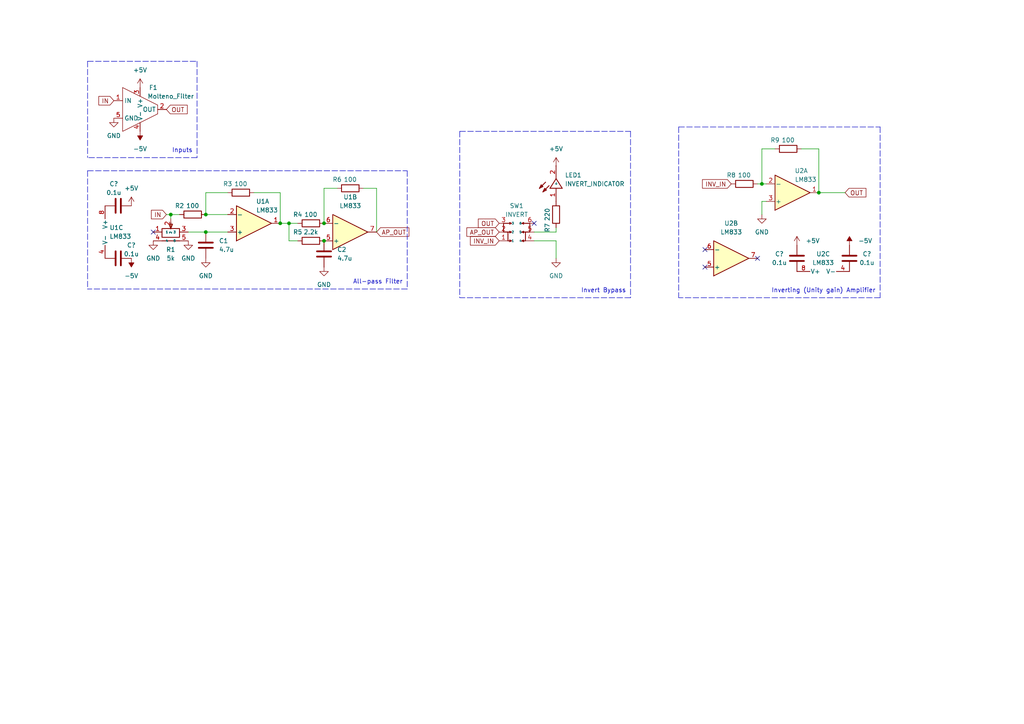
<source format=kicad_sch>
(kicad_sch (version 20211123) (generator eeschema)
  (paper "A4")
  (title_block (title "Angle Filter") (date "2021-12-31") (company "236 Studios") (comment 1 "0-700Hz Wraparound Frequency") (comment 2 "Inverting and Non-Inverting Modes"))
  (lib_symbols
    (symbol "Amplifier_Operational:LM833" (pin_names (offset 0.127))
      (property "Reference" "U" (at 0 5.08 0))
      (property "Value" "LM833" (at 0 -5.08 0))
      (symbol "LM833_1_1"
        (polyline (pts (xy -5.08 5.08) (xy 5.08 0) (xy -5.08 -5.08) (xy -5.08 5.08)) (stroke (width 0.254)) (fill (type background)))
        (pin output line (at 7.62 0 180) (length 2.54) (name "~") (number "1"))
        (pin input line (at -7.62 -2.54 0) (length 2.54) (name "-") (number "2"))
        (pin input line (at -7.62 2.54 0) (length 2.54) (name "+") (number "3"))
      )
      (symbol "LM833_2_1"
        (polyline (pts (xy -5.08 5.08) (xy 5.08 0) (xy -5.08 -5.08) (xy -5.08 5.08)) (stroke (width 0.254)) (fill (type background)))
        (pin input line (at -7.62 2.54 0) (length 2.54) (name "+") (number "5"))
        (pin input line (at -7.62 -2.54 0) (length 2.54) (name "-") (number "6"))
        (pin output line (at 7.62 0 180) (length 2.54) (name "~") (number "7"))
      )
      (symbol "LM833_3_1"
        (pin power_in line (at -2.54 -7.62 90) (length 3.81) (name "V-") (number "4"))
        (pin power_in line (at -2.54 7.62 270) (length 3.81) (name "V+") (number "8"))
      )
    )
    (symbol "Device:C" (pin_numbers hide) (pin_names (offset 0.254))
      (property "Reference" "C" (at 0.635 2.54 0))
      (property "Value" "C" (at 0.635 -2.54 0))
      (symbol "C_0_1"
        (polyline (pts (xy -2.032 -0.762) (xy 2.032 -0.762)) (stroke (width 0.508)))
        (polyline (pts (xy -2.032 0.762) (xy 2.032 0.762)) (stroke (width 0.508)))
      )
      (symbol "C_1_1"
        (pin passive line (at 0 3.81 270) (length 2.794) (name "~") (number "1"))
        (pin passive line (at 0 -3.81 90) (length 2.794) (name "~") (number "2"))
      )
    )
    (symbol "Device:R" (pin_numbers hide) (pin_names (offset 0))
      (property "Reference" "R" (at 2.032 0 90))
      (property "Value" "R" (at 0 0 90))
      (symbol "R_0_1"
        (rectangle (start -1.016 -2.54) (end 1.016 2.54) (stroke (width 0.254)))
      )
      (symbol "R_1_1"
        (pin passive line (at 0 3.81 270) (length 1.27) (name "~") (number "1"))
        (pin passive line (at 0 -3.81 90) (length 1.27) (name "~") (number "2"))
      )
    )
    (symbol "LCSC:RK09K1130AU2" (pin_names (offset 1.016))
      (property "Reference" "R" (at 0 1.27 0))
      (property "Value" "RK09K1130AU2" (at 0 -1.27 0))
      (symbol "RK09K1130AU2_0_0"
        (polyline (pts (xy -2.54 -2.54) (xy 2.54 -2.54)) (stroke (width 0.254)))
        (polyline (pts (xy 0 1.524) (xy 0 2.794)) (stroke (width 0.254)))
        (polyline (pts (xy 0 1.016) (xy -0.508 2.286) (xy 0.508 2.286) (xy 0 1.016)) (stroke (width 0.254)) (fill (type background)))
        (polyline (pts (xy -2.54 1.016) (xy 2.54 1.016) (xy 2.54 -1.524) (xy -2.54 -1.524) (xy -2.54 1.016)) (stroke (width 0.254)))
      )
      (symbol "RK09K1130AU2_1_0"
        (pin input line (at 5.08 0 180) (length 2.54) (name "1") (number "1"))
        (pin input line (at 0 3.81 270) (length 2.54) (name "2") (number "2"))
        (pin input line (at -5.08 0 0) (length 2.54) (name "3") (number "3"))
        (pin input line (at 5.08 -2.54 180) (length 2.54) (name "4") (number "4"))
        (pin input line (at -5.08 -2.54 0) (length 2.54) (name "5") (number "5"))
      )
    )
    (symbol "LCSC:SS-22F24AT10" (pin_names (offset 1.016))
      (property "Reference" "SW" (at 0 1.27 0))
      (property "Value" "SS-22F24AT10" (at 0 -1.27 0))
      (symbol "SS-22F24AT10_0_0"
        (polyline (pts (xy -2.54 -1.524) (xy -2.794 -2.032)) (stroke (width 0.254)))
        (polyline (pts (xy -2.54 -1.524) (xy -2.286 -2.032)) (stroke (width 0.254)))
        (polyline (pts (xy -2.54 1.524) (xy -2.794 2.032)) (stroke (width 0.254)))
        (polyline (pts (xy -2.54 1.524) (xy -2.286 2.032)) (stroke (width 0.254)))
        (polyline (pts (xy 0 -1.524) (xy -0.254 -2.032)) (stroke (width 0.254)))
        (polyline (pts (xy 0 1.524) (xy -0.254 2.032)) (stroke (width 0.254)))
        (polyline (pts (xy 2.54 -1.524) (xy 2.286 -2.032)) (stroke (width 0.254)))
        (polyline (pts (xy 2.54 1.524) (xy 2.286 2.032)) (stroke (width 0.254)))
        (polyline (pts (xy -2.54 -1.524) (xy -2.54 -2.54) (xy 0 -2.54) (xy 0 -1.524) (xy 0.254 -2.032)) (stroke (width 0.254)))
        (polyline (pts (xy -2.54 1.524) (xy -2.54 2.54) (xy 0 2.54) (xy 0 1.524) (xy 0.254 2.032)) (stroke (width 0.254)))
        (polyline (pts (xy 0 -2.54) (xy 0 -3.81) (xy 2.54 -3.81) (xy 2.54 -1.524) (xy 2.794 -2.032)) (stroke (width 0.254)))
        (polyline (pts (xy 0 2.54) (xy 0 3.81) (xy 2.54 3.81) (xy 2.54 1.524) (xy 2.794 2.032)) (stroke (width 0.254)))
      )
      (symbol "SS-22F24AT10_1_0"
        (pin unspecified line (at -2.54 5.08 270) (length 2.54) (name "1") (number "1"))
        (pin unspecified line (at 0 5.08 270) (length 2.54) (name "2") (number "2"))
        (pin unspecified line (at 2.54 5.08 270) (length 2.54) (name "3") (number "3"))
        (pin unspecified line (at -2.54 -5.08 90) (length 2.54) (name "4") (number "4"))
        (pin unspecified line (at 0 -5.08 90) (length 2.54) (name "5") (number "5"))
        (pin unspecified line (at 2.54 -5.08 90) (length 2.54) (name "6") (number "6"))
      )
    )
    (symbol "LCSC:TJ-S2835UG2W8TLC2R-A5" (pin_names (offset 1.016))
      (property "Reference" "LED?" (at 2.54 0.6986 90))
      (property "Value" "INVERT_INDICATOR" (at 2.54 -1.8414 90))
      (symbol "TJ-S2835UG2W8TLC2R-A5_0_0"
        (polyline (pts (xy -1.27 1.778) (xy -1.27 -1.778)) (stroke (width 0.254)))
        (polyline (pts (xy -0.508 2.032) (xy -2.286 3.81)) (stroke (width 0.254)))
        (polyline (pts (xy 0.508 3.048) (xy -1.27 4.826)) (stroke (width 0.254)))
        (polyline (pts (xy -2.286 3.81) (xy -1.778 2.794) (xy -1.27 3.302) (xy -2.286 3.81)) (stroke (width 0.254)))
        (polyline (pts (xy -1.27 4.826) (xy -0.762 3.81) (xy -0.254 4.318) (xy -1.27 4.826)) (stroke (width 0.254)))
      )
      (symbol "TJ-S2835UG2W8TLC2R-A5_0_1"
        (polyline (pts (xy -1.27 -1.778) (xy 1.524 0) (xy -1.27 1.778)) (stroke (width 0.25)))
      )
      (symbol "TJ-S2835UG2W8TLC2R-A5_1_0"
        (pin unspecified line (at -5.08 0 0) (length 3.81) (name "-") (number "1"))
        (pin unspecified line (at 5.334 0 180) (length 3.81) (name "+") (number "2"))
      )
    )
    (symbol "mod_filter:Molteno_Filter"
      (property "Reference" "F" (at 7.62 3.81 0))
      (property "Value" "Molteno_Filter" (at 11.43 2.54 0))
      (symbol "Molteno_Filter_0_1"
        (polyline (pts (xy -5.08 6.35) (xy 5.08 1.27)))
        (polyline (pts (xy 5.08 -1.27) (xy 5.08 1.27)))
        (polyline (pts (xy -5.08 6.35) (xy -5.08 -6.35) (xy 5.08 -1.27)))
      )
      (symbol "Molteno_Filter_1_1"
        (pin input line (at -7.62 2.54 0) (length 2.54) (name "IN") (number "1"))
        (pin output line (at 7.62 0 180) (length 2.54) (name "OUT") (number "2"))
        (pin power_in line (at 0 6.35 270) (length 2.54) (name "V+") (number "3"))
        (pin power_in line (at 0 -6.35 90) (length 2.54) (name "V-") (number "4"))
        (pin passive line (at -7.62 -2.54 0) (length 2.54) (name "GND") (number "5"))
      )
    )
    (symbol "power:+5V" (power) (pin_names (offset 0))
      (property "Value" "+5V" (at 0 3.556 0))
      (symbol "+5V_0_1"
        (polyline (pts (xy -0.762 1.27) (xy 0 2.54)))
        (polyline (pts (xy 0 0) (xy 0 2.54)))
        (polyline (pts (xy 0 2.54) (xy 0.762 1.27)))
      )
      (symbol "+5V_1_1"
        (pin power_in line (at 0 0 90) (length 0) hide (name "+5V") (number "1"))
      )
    )
    (symbol "power:-5V" (power) (pin_names (offset 0))
      (property "Value" "-5V" (at 0 3.81 0))
      (symbol "-5V_0_0"
        (pin power_in line (at 0 0 90) (length 0) hide (name "-5V") (number "1"))
      )
      (symbol "-5V_0_1"
        (polyline (pts (xy 0 0) (xy 0 1.27) (xy 0.762 1.27) (xy 0 2.54) (xy -0.762 1.27) (xy 0 1.27)) (fill (type outline)))
      )
    )
    (symbol "power:GND" (power) (pin_names (offset 0))
      (property "Value" "GND" (at 0 -3.81 0))
      (symbol "GND_0_1"
        (polyline (pts (xy 0 0) (xy 0 -1.27) (xy 1.27 -1.27) (xy 0 -2.54) (xy -1.27 -1.27) (xy 0 -1.27)))
      )
      (symbol "GND_1_1"
        (pin power_in line (at 0 0 270) (length 0) hide (name "GND") (number "1"))
      )
    )
  )
  (junction (at 49.53 62.23))
  (junction (at 83.82 64.77))
  (junction (at 220.98 53.34))
  (junction (at 59.69 67.31))
  (junction (at 237.49 55.88))
  (junction (at 93.98 64.77))
  (junction (at 81.28 64.77))
  (junction (at 93.98 69.85))
  (junction (at 59.69 62.23))
  (no_connect (at 44.45 67.31))
  (no_connect (at 204.47 77.47))
  (no_connect (at 219.71 74.93))
  (no_connect (at 204.47 72.39))
  (no_connect (at 154.94 64.77))
  (wire (pts (xy 237.49 55.88) (xy 237.49 43.18)))
  (wire (pts (xy 154.94 69.85) (xy 161.29 69.85)))
  (wire (pts (xy 161.29 66.04) (xy 161.29 67.31)))
  (polyline (pts (xy 57.15 17.78) (xy 57.15 45.72)))
  (wire (pts (xy 59.69 67.31) (xy 66.04 67.31)))
  (wire (pts (xy 219.71 53.34) (xy 220.98 53.34)))
  (polyline (pts (xy 196.85 36.83) (xy 255.27 36.83)))
  (wire (pts (xy 220.98 58.42) (xy 220.98 62.23)))
  (wire (pts (xy 54.61 67.31) (xy 59.69 67.31)))
  (polyline (pts (xy 118.11 49.53) (xy 118.11 83.82)))
  (wire (pts (xy 86.36 69.85) (xy 83.82 69.85)))
  (polyline (pts (xy 182.88 86.36) (xy 133.35 86.36)))
  (polyline (pts (xy 133.35 38.1) (xy 182.88 38.1)))
  (wire (pts (xy 49.53 62.23) (xy 49.53 63.5)))
  (wire (pts (xy 161.29 69.85) (xy 161.29 74.93)))
  (wire (pts (xy 220.98 43.18) (xy 220.98 53.34)))
  (polyline (pts (xy 182.88 38.1) (xy 182.88 86.36)))
  (polyline (pts (xy 57.15 45.72) (xy 25.4 45.72)))
  (wire (pts (xy 161.29 67.31) (xy 154.94 67.31)))
  (wire (pts (xy 105.41 54.61) (xy 109.22 54.61)))
  (wire (pts (xy 49.53 62.23) (xy 52.07 62.23)))
  (wire (pts (xy 237.49 43.18) (xy 232.41 43.18)))
  (polyline (pts (xy 118.11 83.82) (xy 25.4 83.82)))
  (polyline (pts (xy 196.85 36.83) (xy 196.85 86.36)))
  (wire (pts (xy 59.69 62.23) (xy 66.04 62.23)))
  (wire (pts (xy 224.79 43.18) (xy 220.98 43.18)))
  (wire (pts (xy 59.69 55.88) (xy 59.69 62.23)))
  (wire (pts (xy 48.26 62.23) (xy 49.53 62.23)))
  (wire (pts (xy 83.82 69.85) (xy 83.82 64.77)))
  (polyline (pts (xy 25.4 17.78) (xy 25.4 45.72)))
  (polyline (pts (xy 25.4 49.53) (xy 118.11 49.53)))
  (wire (pts (xy 109.22 54.61) (xy 109.22 67.31)))
  (wire (pts (xy 81.28 64.77) (xy 81.28 55.88)))
  (wire (pts (xy 83.82 64.77) (xy 81.28 64.77)))
  (polyline (pts (xy 255.27 36.83) (xy 255.27 86.36)))
  (wire (pts (xy 66.04 55.88) (xy 59.69 55.88)))
  (wire (pts (xy 93.98 64.77) (xy 93.98 54.61)))
  (wire (pts (xy 222.25 58.42) (xy 220.98 58.42)))
  (polyline (pts (xy 25.4 17.78) (xy 57.15 17.78)))
  (wire (pts (xy 83.82 64.77) (xy 86.36 64.77)))
  (wire (pts (xy 220.98 53.34) (xy 222.25 53.34)))
  (polyline (pts (xy 133.35 38.1) (xy 133.35 86.36)))
  (wire (pts (xy 81.28 55.88) (xy 73.66 55.88)))
  (polyline (pts (xy 25.4 49.53) (xy 25.4 83.82)))
  (wire (pts (xy 93.98 54.61) (xy 97.79 54.61)))
  (polyline (pts (xy 255.27 86.36) (xy 196.85 86.36)))
  (wire (pts (xy 237.49 55.88) (xy 245.11 55.88)))
  (text "Invert Bypass" (at 181.61 85.09 180) (effects (font (size 1.27 1.27)) (justify right bottom)))
  (text "Inverting (Unity gain) Amplifier" (at 254 85.09 180) (effects (font (size 1.27 1.27)) (justify right bottom)))
  (text "All-pass Filter\n" (at 116.84 82.55 180) (effects (font (size 1.27 1.27)) (justify right bottom)))
  (text "Inputs\n" (at 55.88 44.45 180) (effects (font (size 1.27 1.27)) (justify right bottom)))
  (global_label "OUT" (shape input) (at 245.11 55.88 0) (property "Intersheet References" "${INTERSHEET_REFS}" (effects hide)))
  (global_label "INV_IN" (shape input) (at 212.09 53.34 180) (property "Intersheet References" "${INTERSHEET_REFS}" (effects hide)))
  (global_label "OUT" (shape input) (at 144.78 64.77 180) (property "Intersheet References" "${INTERSHEET_REFS}" (effects hide)))
  (global_label "IN" (shape input) (at 33.02 29.21 180) (property "Intersheet References" "${INTERSHEET_REFS}" (effects hide)))
  (global_label "OUT" (shape input) (at 48.26 31.75 0) (property "Intersheet References" "${INTERSHEET_REFS}" (effects hide)))
  (global_label "AP_OUT" (shape input) (at 109.22 67.31 0) (property "Intersheet References" "${INTERSHEET_REFS}" (effects hide)))
  (global_label "INV_IN" (shape input) (at 144.78 69.85 180) (property "Intersheet References" "${INTERSHEET_REFS}" (effects hide)))
  (global_label "AP_OUT" (shape input) (at 144.78 67.31 180) (property "Intersheet References" "${INTERSHEET_REFS}" (effects hide)))
  (global_label "IN" (shape input) (at 48.26 62.23 180) (property "Intersheet References" "${INTERSHEET_REFS}" (effects hide)))
  (symbol (lib_id "Device:C") (at 34.29 59.69 90) (unit 1)
    (property "Reference" "C?" (at 33.02 53.34 90))
    (property "Value" "0.1u" (at 33.02 55.88 90))
    (property "Footprint" "Capacitor_SMD:C_0603_1608Metric_Pad1.08x0.95mm_HandSolder" (effects hide))
    (property "Datasheet" "https://lcsc.com/product-detail/Multilayer-Ceramic-Capacitors-MLCC-SMD-SMT_CCTC-TCC0603X7R104K500CT_C282519.html" (effects hide))
  )
  (symbol (lib_id "power:+5V") (at 38.1 59.69 0) (unit 1)
    (property "Reference" "#PWR0106" (effects hide))
    (property "Value" "+5V" (at 38.1 54.61 0))
  )
  (symbol (lib_id "power:+5V") (at 161.29 48.26 0) (unit 1)
    (property "Reference" "#PWR0112" (effects hide))
    (property "Value" "+5V" (at 161.29 43.18 0))
  )
  (symbol (lib_id "LCSC:RK09K1130AU2") (at 49.53 67.31 0) (mirror y) (unit 1)
    (property "Reference" "R1" (at 49.53 72.39 0))
    (property "Value" "5k" (at 49.53 74.93 0))
    (property "Footprint" "LCSC:RES-ADJ-TH_RK09K1130AJ3" (effects hide))
    (property "Datasheet" "https://lcsc.com/eda_search?q=C388855" (effects hide))
  )
  (symbol (lib_id "power:-5V") (at 246.38 71.12 0) (unit 1)
    (property "Reference" "#PWR?" (effects hide))
    (property "Value" "-5V" (at 248.92 69.8499 0) (effects (justify left)))
  )
  (symbol (lib_id "power:GND") (at 93.98 77.47 0) (unit 1)
    (property "Reference" "#PWR0109" (effects hide))
    (property "Value" "GND" (at 93.98 82.55 0))
  )
  (symbol (lib_id "Device:C") (at 59.69 71.12 0) (unit 1)
    (property "Reference" "C1" (at 63.5 69.8499 0) (effects (justify left)))
    (property "Value" "4.7u" (at 63.5 72.3899 0) (effects (justify left)))
    (property "Footprint" "Capacitor_SMD:C_0805_2012Metric_Pad1.18x1.45mm_HandSolder" (effects hide))
  )
  (symbol (lib_id "Device:C") (at 246.38 74.93 180) (unit 1)
    (property "Reference" "C?" (at 251.46 73.66 0))
    (property "Value" "0.1u" (at 251.46 76.2 0))
    (property "Footprint" "Capacitor_SMD:C_0603_1608Metric_Pad1.08x0.95mm_HandSolder" (effects hide))
    (property "Datasheet" "https://lcsc.com/product-detail/Multilayer-Ceramic-Capacitors-MLCC-SMD-SMT_CCTC-TCC0603X7R104K500CT_C282519.html" (effects hide))
  )
  (symbol (lib_id "power:-5V") (at 40.64 38.1 180) (unit 1)
    (property "Reference" "#PWR0101" (effects hide))
    (property "Value" "-5V" (at 40.64 43.18 0))
  )
  (symbol (lib_id "Device:C") (at 34.29 74.93 90) (unit 1)
    (property "Reference" "C?" (at 38.1 71.12 90))
    (property "Value" "0.1u" (at 38.1 73.66 90))
    (property "Footprint" "Capacitor_SMD:C_0603_1608Metric_Pad1.08x0.95mm_HandSolder" (effects hide))
    (property "Datasheet" "https://lcsc.com/product-detail/Multilayer-Ceramic-Capacitors-MLCC-SMD-SMT_CCTC-TCC0603X7R104K500CT_C282519.html" (effects hide))
  )
  (symbol (lib_id "Device:C") (at 231.14 74.93 180) (unit 1)
    (property "Reference" "C?" (at 226.06 73.66 0))
    (property "Value" "0.1u" (at 226.06 76.2 0))
    (property "Footprint" "Capacitor_SMD:C_0603_1608Metric_Pad1.08x0.95mm_HandSolder" (effects hide))
    (property "Datasheet" "https://lcsc.com/product-detail/Multilayer-Ceramic-Capacitors-MLCC-SMD-SMT_CCTC-TCC0603X7R104K500CT_C282519.html" (effects hide))
  )
  (symbol (lib_id "mod_filter:Molteno_Filter") (at 40.64 31.75 0) (unit 1)
    (property "Reference" "F1" (at 44.45 25.4 0))
    (property "Value" "Molteno_Filter" (at 49.53 27.94 0))
    (property "Footprint" "Molteno_Filter:Molteno_Filter_Clean" (effects hide))
  )
  (symbol (lib_id "Device:R") (at 90.17 64.77 90) (unit 1)
    (property "Reference" "R4" (at 86.36 62.23 90))
    (property "Value" "100" (at 90.17 62.23 90))
    (property "Footprint" "Resistor_SMD:R_0603_1608Metric_Pad0.98x0.95mm_HandSolder" (effects hide))
  )
  (symbol (lib_id "power:GND") (at 33.02 34.29 0) (unit 1)
    (property "Reference" "#PWR0102" (effects hide))
    (property "Value" "GND" (at 33.02 39.37 0))
  )
  (symbol (lib_id "Device:R") (at 228.6 43.18 90) (unit 1)
    (property "Reference" "R9" (at 224.79 40.64 90))
    (property "Value" "100" (at 228.6 40.64 90))
    (property "Footprint" "Resistor_SMD:R_0603_1608Metric_Pad0.98x0.95mm_HandSolder" (effects hide))
  )
  (symbol (lib_id "power:GND") (at 54.61 69.85 0) (unit 1)
    (property "Reference" "#PWR0107" (effects hide))
    (property "Value" "GND" (at 54.61 74.93 0))
  )
  (symbol (lib_id "Device:R") (at 215.9 53.34 90) (unit 1)
    (property "Reference" "R8" (at 212.09 50.8 90))
    (property "Value" "100" (at 215.9 50.8 90))
    (property "Footprint" "Resistor_SMD:R_0603_1608Metric_Pad0.98x0.95mm_HandSolder" (effects hide))
  )
  (symbol (lib_id "Device:C") (at 93.98 73.66 0) (unit 1)
    (property "Reference" "C2" (at 97.79 72.3899 0) (effects (justify left)))
    (property "Value" "4.7u" (at 97.79 74.9299 0) (effects (justify left)))
    (property "Footprint" "Capacitor_SMD:C_0805_2012Metric_Pad1.18x1.45mm_HandSolder" (effects hide))
  )
  (symbol (lib_id "power:+5V") (at 40.64 25.4 0) (unit 1)
    (property "Reference" "#PWR0103" (effects hide))
    (property "Value" "+5V" (at 40.64 20.32 0))
  )
  (symbol (lib_id "power:GND") (at 220.98 62.23 0) (unit 1)
    (property "Reference" "#PWR0111" (effects hide))
    (property "Value" "GND" (at 220.98 67.31 0))
  )
  (symbol (lib_id "Device:R") (at 90.17 69.85 90) (unit 1)
    (property "Reference" "R5" (at 86.36 67.31 90))
    (property "Value" "2.2k" (at 90.17 67.31 90))
    (property "Footprint" "Resistor_SMD:R_0603_1608Metric_Pad0.98x0.95mm_HandSolder" (effects hide))
  )
  (symbol (lib_id "LCSC:SS-22F24AT10") (at 149.86 67.31 90) (unit 1)
    (property "Reference" "SW1" (at 149.86 59.69 90))
    (property "Value" "INVERT" (at 149.86 62.23 90))
    (property "Footprint" "LCSC:SW-TH_SS-22F24AT10" (effects hide))
    (property "Datasheet" "https://lcsc.com/eda_search?q=C609819" (effects hide))
  )
  (symbol (lib_id "power:-5V") (at 38.1 74.93 180) (unit 1)
    (property "Reference" "#PWR0105" (effects hide))
    (property "Value" "-5V" (at 38.1 80.01 0))
  )
  (symbol (lib_id "Amplifier_Operational:LM833") (at 212.09 74.93 0) (mirror x) (unit 2)
    (property "Reference" "U2" (at 212.09 64.77 0))
    (property "Value" "LM833" (at 212.09 67.31 0))
    (property "Footprint" "Package_SO:SOIC-8_3.9x4.9mm_P1.27mm" (effects hide))
    (property "Datasheet" "http://www.ti.com/lit/ds/symlink/lm358.pdf" (effects hide))
  )
  (symbol (lib_id "Amplifier_Operational:LM833") (at 101.6 67.31 0) (mirror x) (unit 2)
    (property "Reference" "U1" (at 101.6 57.15 0))
    (property "Value" "LM833" (at 101.6 59.69 0))
    (property "Footprint" "Package_SO:SOIC-8_3.9x4.9mm_P1.27mm" (effects hide))
    (property "Datasheet" "http://www.ti.com/lit/ds/symlink/lm358.pdf" (effects hide))
  )
  (symbol (lib_id "Amplifier_Operational:LM833") (at 238.76 76.2 90) (unit 3)
    (property "Reference" "U2" (at 238.76 73.66 90))
    (property "Value" "LM833" (at 238.76 76.2 90))
    (property "Footprint" "Package_SO:SOIC-8_3.9x4.9mm_P1.27mm" (effects hide))
    (property "Datasheet" "http://www.ti.com/lit/ds/symlink/lm358.pdf" (effects hide))
  )
  (symbol (lib_id "Device:R") (at 161.29 62.23 180) (unit 1)
    (property "Reference" "R7" (at 158.75 66.04 90))
    (property "Value" "220" (at 158.75 62.23 90))
    (property "Footprint" "Resistor_SMD:R_0603_1608Metric_Pad0.98x0.95mm_HandSolder" (effects hide))
  )
  (symbol (lib_id "power:+5V") (at 231.14 71.12 0) (unit 1)
    (property "Reference" "#PWR?" (effects hide))
    (property "Value" "+5V" (at 233.68 69.8499 0) (effects (justify left)))
  )
  (symbol (lib_id "Device:R") (at 55.88 62.23 90) (unit 1)
    (property "Reference" "R2" (at 52.07 59.69 90))
    (property "Value" "100" (at 55.88 59.69 90))
    (property "Footprint" "Resistor_SMD:R_0603_1608Metric_Pad0.98x0.95mm_HandSolder" (effects hide))
  )
  (symbol (lib_id "power:GND") (at 44.45 69.85 0) (unit 1)
    (property "Reference" "#PWR0104" (effects hide))
    (property "Value" "GND" (at 44.45 74.93 0))
  )
  (symbol (lib_id "Device:R") (at 101.6 54.61 90) (unit 1)
    (property "Reference" "R6" (at 97.79 52.07 90))
    (property "Value" "100" (at 101.6 52.07 90))
    (property "Footprint" "Resistor_SMD:R_0603_1608Metric_Pad0.98x0.95mm_HandSolder" (effects hide))
  )
  (symbol (lib_id "Amplifier_Operational:LM833") (at 33.02 67.31 0) (unit 3)
    (property "Reference" "U1" (at 31.75 66.0399 0) (effects (justify left)))
    (property "Value" "LM833" (at 31.75 68.5799 0) (effects (justify left)))
    (property "Footprint" "Package_SO:SOIC-8_3.9x4.9mm_P1.27mm" (effects hide))
    (property "Datasheet" "http://www.ti.com/lit/ds/symlink/lm358.pdf" (effects hide))
  )
  (symbol (lib_id "Device:R") (at 69.85 55.88 90) (unit 1)
    (property "Reference" "R3" (at 66.04 53.34 90))
    (property "Value" "100" (at 69.85 53.34 90))
    (property "Footprint" "Resistor_SMD:R_0603_1608Metric_Pad0.98x0.95mm_HandSolder" (effects hide))
  )
  (symbol (lib_id "LCSC:TJ-S2835UG2W8TLC2R-A5") (at 161.29 53.34 90) (unit 1)
    (property "Reference" "LED1" (at 163.83 50.8 90) (effects (justify right)))
    (property "Value" "INVERT_INDICATOR" (at 163.83 53.34 90) (effects (justify right)))
    (property "Footprint" "LCSC:LED-SMD_L3.5-W2.8-R-FD_TJ-S2835UG5W8TLC2R-A5" (effects hide))
    (property "Datasheet" "https://lcsc.com/eda_search?q=C440447" (effects hide))
  )
  (symbol (lib_id "power:GND") (at 161.29 74.93 0) (unit 1)
    (property "Reference" "#PWR0110" (effects hide))
    (property "Value" "GND" (at 161.29 80.01 0))
  )
  (symbol (lib_id "Amplifier_Operational:LM833") (at 229.87 55.88 0) (mirror x) (unit 1)
    (property "Reference" "U2" (at 232.41 49.53 0))
    (property "Value" "LM833" (at 233.68 52.07 0))
    (property "Footprint" "Package_SO:SOIC-8_3.9x4.9mm_P1.27mm" (effects hide))
    (property "Datasheet" "http://www.ti.com/lit/ds/symlink/lm358.pdf" (effects hide))
  )
  (symbol (lib_id "power:GND") (at 59.69 74.93 0) (unit 1)
    (property "Reference" "#PWR0108" (effects hide))
    (property "Value" "GND" (at 59.69 80.01 0))
  )
  (symbol (lib_id "Amplifier_Operational:LM833") (at 73.66 64.77 0) (mirror x) (unit 1)
    (property "Reference" "U1" (at 76.2 58.42 0))
    (property "Value" "LM833" (at 77.47 60.96 0))
    (property "Footprint" "Package_SO:SOIC-8_3.9x4.9mm_P1.27mm" (effects hide))
    (property "Datasheet" "http://www.ti.com/lit/ds/symlink/lm358.pdf" (effects hide))
  )
)
</source>
